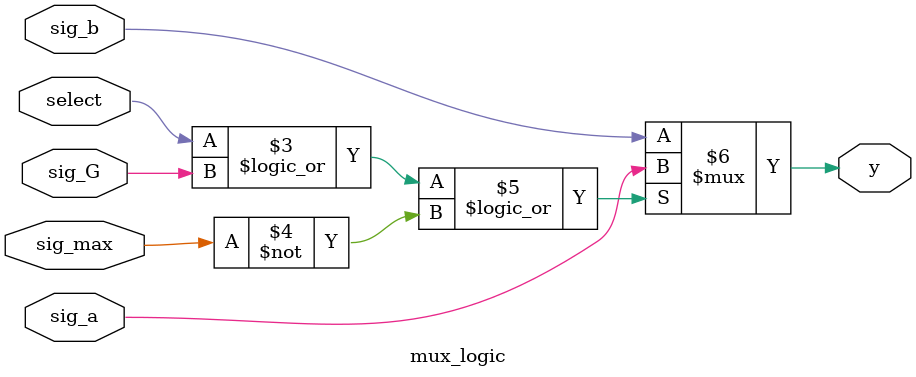
<source format=sv>


//組合邏輯綜合: 無反饋, 完整的case/if-else, 無時間控制# @ wait
module mux_logic(output y,
                input select, sig_G, sig_max, sig_a, sig_b);
    
    assign y = (select==1)||(sig_G==1)||(sig_max==0) ? sig_a : sig_b;

endmodule
</source>
